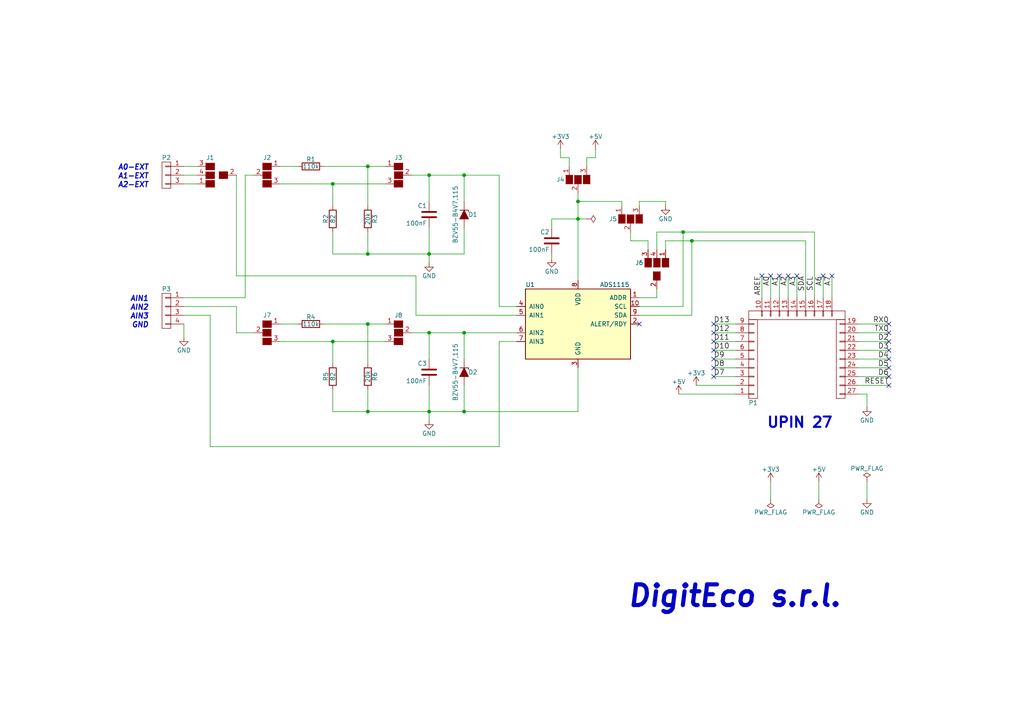
<source format=kicad_sch>
(kicad_sch (version 20211123) (generator eeschema)
  (paper "A4")
  (title_block (title "Microduino ADC DE") (date "07 dicembre 2019") (rev "1.0"))
  (lib_symbols
    (symbol "Device:C" (pin_numbers hide) (pin_names (offset 0.254))
      (property "Reference" "C" (at 0.635 2.54 0))
      (property "Value" "C" (at 0.635 -2.54 0))
      (symbol "C_0_1"
        (polyline (pts (xy -2.032 -0.762) (xy 2.032 -0.762)) (stroke (width 0.508)))
        (polyline (pts (xy -2.032 0.762) (xy 2.032 0.762)) (stroke (width 0.508)))
      )
      (symbol "C_1_1"
        (pin passive line (at 0 3.81 270) (length 2.794) (name "~") (number "1"))
        (pin passive line (at 0 -3.81 90) (length 2.794) (name "~") (number "2"))
      )
    )
    (symbol "Device:D_Zener_ALT" (pin_numbers hide) (pin_names (offset 1.016) hide)
      (property "Reference" "D" (at 0 2.54 0))
      (property "Value" "Device_D_Zener_ALT" (at 0 -2.54 0))
      (symbol "D_Zener_ALT_0_1"
        (polyline (pts (xy 1.27 0) (xy -1.27 0)))
        (polyline (pts (xy -1.27 -1.27) (xy -1.27 1.27) (xy -0.762 1.27)) (stroke (width 0.2032)))
        (polyline (pts (xy 1.27 -1.27) (xy 1.27 1.27) (xy -1.27 0) (xy 1.27 -1.27)) (stroke (width 0.2032)) (fill (type outline)))
      )
      (symbol "D_Zener_ALT_1_1"
        (pin passive line (at -3.81 0 0) (length 2.54) (name "K") (number "1"))
        (pin passive line (at 3.81 0 180) (length 2.54) (name "A") (number "2"))
      )
    )
    (symbol "Device:R" (pin_numbers hide) (pin_names (offset 0))
      (property "Reference" "R" (at 2.032 0 90))
      (property "Value" "R" (at 0 0 90))
      (symbol "R_0_1"
        (rectangle (start -1.016 -2.54) (end 1.016 2.54) (stroke (width 0.254)))
      )
      (symbol "R_1_1"
        (pin passive line (at 0 3.81 270) (length 1.27) (name "~") (number "1"))
        (pin passive line (at 0 -3.81 90) (length 1.27) (name "~") (number "2"))
      )
    )
    (symbol "Microduino_ADC_DE-rescue:ADS1115-Libreria_SCH_mia1" (pin_names (offset 1.016))
      (property "Reference" "U" (at -15.24 11.43 0))
      (property "Value" "ADS1115-Libreria_SCH_mia1" (at 6.35 11.43 0))
      (symbol "ADS1115-Libreria_SCH_mia1_0_1"
        (rectangle (start 15.24 10.16) (end -15.24 -10.16) (stroke (width 0.254)) (fill (type background)))
      )
      (symbol "ADS1115-Libreria_SCH_mia1_1_1"
        (pin input line (at 17.78 7.62 180) (length 2.54) (name "ADDR") (number "1"))
        (pin input line (at 17.78 5.08 180) (length 2.54) (name "SCL") (number "10"))
        (pin input line (at 17.78 0 180) (length 2.54) (name "ALERT/RDY") (number "2"))
        (pin power_in line (at 0 -12.7 90) (length 2.54) (name "GND") (number "3"))
        (pin input line (at -17.78 5.08 0) (length 2.54) (name "AIN0") (number "4"))
        (pin input line (at -17.78 2.54 0) (length 2.54) (name "AIN1") (number "5"))
        (pin input line (at -17.78 -2.54 0) (length 2.54) (name "AIN2") (number "6"))
        (pin input line (at -17.78 -5.08 0) (length 2.54) (name "AIN3") (number "7"))
        (pin power_in line (at 0 12.7 270) (length 2.54) (name "VDD") (number "8"))
        (pin input line (at 17.78 2.54 180) (length 2.54) (name "SDA") (number "9"))
      )
    )
    (symbol "Microduino_ADC_DE-rescue:CONN_01X03-conn" (pin_names (offset 1.016) hide)
      (property "Reference" "J" (at 0 5.08 0))
      (property "Value" "CONN_01X03-conn" (at 2.54 0 90))
      (symbol "CONN_01X03-conn_0_1"
        (rectangle (start -1.27 -2.413) (end 0.254 -2.667))
        (rectangle (start -1.27 0.127) (end 0.254 -0.127))
        (rectangle (start -1.27 2.667) (end 0.254 2.413))
        (rectangle (start -1.27 3.81) (end 1.27 -3.81))
      )
      (symbol "CONN_01X03-conn_1_1"
        (pin passive line (at -5.08 2.54 0) (length 3.81) (name "P1") (number "1"))
        (pin passive line (at -5.08 0 0) (length 3.81) (name "P2") (number "2"))
        (pin passive line (at -5.08 -2.54 0) (length 3.81) (name "P3") (number "3"))
      )
    )
    (symbol "Microduino_ADC_DE-rescue:CONN_01X04-conn" (pin_names (offset 1.016) hide)
      (property "Reference" "J" (at 0 6.35 0))
      (property "Value" "CONN_01X04-conn" (at 2.54 0 90))
      (symbol "CONN_01X04-conn_0_1"
        (rectangle (start -1.27 -3.683) (end 0.254 -3.937))
        (rectangle (start -1.27 -1.143) (end 0.254 -1.397))
        (rectangle (start -1.27 1.397) (end 0.254 1.143))
        (rectangle (start -1.27 3.937) (end 0.254 3.683))
        (rectangle (start -1.27 5.08) (end 1.27 -5.08))
      )
      (symbol "CONN_01X04-conn_1_1"
        (pin passive line (at -5.08 3.81 0) (length 3.81) (name "P1") (number "1"))
        (pin passive line (at -5.08 1.27 0) (length 3.81) (name "P2") (number "2"))
        (pin passive line (at -5.08 -1.27 0) (length 3.81) (name "P3") (number "3"))
        (pin passive line (at -5.08 -3.81 0) (length 3.81) (name "P4") (number "4"))
      )
    )
    (symbol "Microduino_ADC_DE-rescue:CONN_1x27-Libreria_SCH_mia1" (pin_names (offset 1.016) hide)
      (property "Reference" "P" (at 0 -2.54 0))
      (property "Value" "CONN_1x27-Libreria_SCH_mia1" (at 22.86 10.16 90))
      (symbol "CONN_1x27-Libreria_SCH_mia1_0_1"
        (rectangle (start -1.27 0.127) (end 0.254 -0.127))
        (rectangle (start -1.27 2.667) (end 0.254 2.413))
        (rectangle (start -1.27 5.207) (end 0.254 4.953))
        (rectangle (start -1.27 7.747) (end 0.254 7.493))
        (rectangle (start -1.27 10.287) (end 0.254 10.033))
        (rectangle (start -1.27 12.827) (end 0.254 12.573))
        (rectangle (start -1.27 15.367) (end 0.254 15.113))
        (rectangle (start -1.27 17.907) (end 0.254 17.653))
        (rectangle (start -1.27 20.447) (end 0.254 20.193))
        (rectangle (start -1.27 21.59) (end 1.27 -1.27))
        (rectangle (start -1.27 24.13) (end 26.67 21.59))
        (rectangle (start 2.413 24.13) (end 2.667 22.606))
        (rectangle (start 4.953 24.13) (end 5.207 22.606))
        (rectangle (start 7.493 24.13) (end 7.747 22.606))
        (rectangle (start 10.033 24.13) (end 10.287 22.606))
        (rectangle (start 12.573 24.13) (end 12.827 22.606))
        (rectangle (start 15.113 24.13) (end 15.367 22.606))
        (rectangle (start 17.653 24.13) (end 17.907 22.606))
        (rectangle (start 20.193 24.13) (end 20.447 22.606))
        (rectangle (start 22.733 24.13) (end 22.987 22.606))
        (rectangle (start 26.67 0.127) (end 25.146 -0.127))
        (rectangle (start 26.67 2.667) (end 25.146 2.413))
        (rectangle (start 26.67 5.207) (end 25.146 4.953))
        (rectangle (start 26.67 7.747) (end 25.146 7.493))
        (rectangle (start 26.67 10.287) (end 25.146 10.033))
        (rectangle (start 26.67 12.827) (end 25.146 12.573))
        (rectangle (start 26.67 15.367) (end 25.146 15.113))
        (rectangle (start 26.67 17.907) (end 25.146 17.653))
        (rectangle (start 26.67 20.447) (end 25.146 20.193))
        (rectangle (start 26.67 21.59) (end 24.13 -1.27))
      )
      (symbol "CONN_1x27-Libreria_SCH_mia1_1_1"
        (pin passive line (at -5.08 0 0) (length 3.81) (name "P1") (number "1"))
        (pin passive line (at 2.54 27.94 270) (length 3.81) (name "P10") (number "10"))
        (pin passive line (at 5.08 27.94 270) (length 3.81) (name "P11") (number "11"))
        (pin passive line (at 7.62 27.94 270) (length 3.81) (name "P12") (number "12"))
        (pin passive line (at 10.16 27.94 270) (length 3.81) (name "P13") (number "13"))
        (pin passive line (at 12.7 27.94 270) (length 3.81) (name "P14") (number "14"))
        (pin passive line (at 15.24 27.94 270) (length 3.81) (name "P15") (number "15"))
        (pin passive line (at 17.78 27.94 270) (length 3.81) (name "P16") (number "16"))
        (pin passive line (at 20.32 27.94 270) (length 3.81) (name "P17") (number "17"))
        (pin passive line (at 22.86 27.94 270) (length 3.81) (name "P18") (number "18"))
        (pin passive line (at 30.48 20.32 180) (length 3.81) (name "P19") (number "19"))
        (pin passive line (at -5.08 2.54 0) (length 3.81) (name "P2") (number "2"))
        (pin passive line (at 30.48 17.78 180) (length 3.81) (name "P20") (number "20"))
        (pin passive line (at 30.48 15.24 180) (length 3.81) (name "P21") (number "21"))
        (pin passive line (at 30.48 12.7 180) (length 3.81) (name "P22") (number "22"))
        (pin passive line (at 30.48 10.16 180) (length 3.81) (name "P23") (number "23"))
        (pin passive line (at 30.48 7.62 180) (length 3.81) (name "P24") (number "24"))
        (pin passive line (at 30.48 5.08 180) (length 3.81) (name "P25") (number "25"))
        (pin passive line (at 30.48 2.54 180) (length 3.81) (name "P26") (number "26"))
        (pin passive line (at 30.48 0 180) (length 3.81) (name "P27") (number "27"))
        (pin passive line (at -5.08 5.08 0) (length 3.81) (name "P3") (number "3"))
        (pin passive line (at -5.08 7.62 0) (length 3.81) (name "P4") (number "4"))
        (pin passive line (at -5.08 10.16 0) (length 3.81) (name "P5") (number "5"))
        (pin passive line (at -5.08 12.7 0) (length 3.81) (name "P6") (number "6"))
        (pin passive line (at -5.08 15.24 0) (length 3.81) (name "P7") (number "7"))
        (pin passive line (at -5.08 17.78 0) (length 3.81) (name "P8") (number "8"))
        (pin passive line (at -5.08 20.32 0) (length 3.81) (name "P9") (number "9"))
      )
    )
    (symbol "Microduino_ADC_DE-rescue:GS3-conn" (pin_names (offset 1.016) hide)
      (property "Reference" "J" (at 1.27 5.08 0))
      (property "Value" "GS3-conn" (at 1.27 -5.0546 0))
      (symbol "GS3-conn_0_1"
        (polyline (pts (xy -1.27 -3.556) (xy -1.27 -1.524) (xy 1.27 -1.524) (xy 1.27 -3.556)) (fill (type outline)))
        (polyline (pts (xy -1.27 1.016) (xy 1.27 1.016) (xy 1.27 -1.016) (xy -1.27 -1.016)) (fill (type outline)))
        (polyline (pts (xy -1.27 3.556) (xy -1.27 1.524) (xy 1.27 1.524) (xy 1.27 3.556)) (fill (type outline)))
      )
      (symbol "GS3-conn_1_1"
        (pin passive line (at -3.81 2.54 0) (length 2.54) (name "G1") (number "1"))
        (pin passive line (at 3.81 0 180) (length 2.54) (name "G2") (number "2"))
        (pin passive line (at -3.81 -2.54 0) (length 2.54) (name "G3") (number "3"))
      )
    )
    (symbol "Microduino_ADC_DE-rescue:GS4_b-Libreria_SCH_mia1" (pin_names (offset 1.016) hide)
      (property "Reference" "GS" (at 0 5.08 0))
      (property "Value" "GS4_b-Libreria_SCH_mia1" (at 0 -5.08 0))
      (property "Footprint" "GS4" (at 3.81 -3.81 90))
      (symbol "GS4_b-Libreria_SCH_mia1_0_1"
        (polyline (pts (xy -1.27 -3.556) (xy -1.27 -1.524) (xy 1.27 -1.524) (xy 1.27 -3.556)) (fill (type outline)))
        (polyline (pts (xy -1.27 -1.016) (xy -1.27 1.016) (xy 1.27 1.016) (xy 1.27 -1.016)) (fill (type outline)))
        (polyline (pts (xy -1.27 3.556) (xy -1.27 1.524) (xy 1.27 1.524) (xy 1.27 3.556)) (fill (type outline)))
        (polyline (pts (xy 2.54 1.016) (xy 5.08 1.016) (xy 5.08 -1.016) (xy 2.54 -1.016)) (fill (type outline)))
      )
      (symbol "GS4_b-Libreria_SCH_mia1_1_1"
        (pin passive line (at -3.81 2.54 0) (length 2.54) (name "G1") (number "1"))
        (pin passive line (at 7.62 0 180) (length 2.54) (name "G2") (number "2"))
        (pin passive line (at -3.81 -2.54 0) (length 2.54) (name "G4") (number "3"))
        (pin passive line (at -3.81 0 0) (length 2.54) (name "G3") (number "4"))
      )
    )
    (symbol "power:+3.3V" (power) (pin_names (offset 0))
      (property "Value" "+3.3V" (at 0 3.556 0))
      (symbol "+3.3V_0_1"
        (polyline (pts (xy -0.762 1.27) (xy 0 2.54)))
        (polyline (pts (xy 0 0) (xy 0 2.54)))
        (polyline (pts (xy 0 2.54) (xy 0.762 1.27)))
      )
      (symbol "+3.3V_1_1"
        (pin power_in line (at 0 0 90) (length 0) hide (name "+3V3") (number "1"))
      )
    )
    (symbol "power:+5V" (power) (pin_names (offset 0))
      (property "Value" "+5V" (at 0 3.556 0))
      (symbol "+5V_0_1"
        (polyline (pts (xy -0.762 1.27) (xy 0 2.54)))
        (polyline (pts (xy 0 0) (xy 0 2.54)))
        (polyline (pts (xy 0 2.54) (xy 0.762 1.27)))
      )
      (symbol "+5V_1_1"
        (pin power_in line (at 0 0 90) (length 0) hide (name "+5V") (number "1"))
      )
    )
    (symbol "power:GND" (power) (pin_names (offset 0))
      (property "Value" "GND" (at 0 -3.81 0))
      (symbol "GND_0_1"
        (polyline (pts (xy 0 0) (xy 0 -1.27) (xy 1.27 -1.27) (xy 0 -2.54) (xy -1.27 -1.27) (xy 0 -1.27)))
      )
      (symbol "GND_1_1"
        (pin power_in line (at 0 0 270) (length 0) hide (name "GND") (number "1"))
      )
    )
    (symbol "power:PWR_FLAG" (power) (pin_numbers hide) (pin_names (offset 0) hide)
      (property "Value" "PWR_FLAG" (at 0 3.81 0))
      (symbol "PWR_FLAG_0_0"
        (pin power_out line (at 0 0 90) (length 0) (name "pwr") (number "1"))
      )
      (symbol "PWR_FLAG_0_1"
        (polyline (pts (xy 0 0) (xy 0 1.27) (xy -1.016 1.905) (xy 0 2.54) (xy 1.016 1.905) (xy 0 1.27)))
      )
    )
  )
  (junction (at 96.52 99.06))
  (junction (at 106.68 93.98))
  (junction (at 124.46 96.52))
  (junction (at 106.68 73.66))
  (junction (at 167.64 63.5))
  (junction (at 124.46 50.8))
  (junction (at 124.46 119.38))
  (junction (at 106.68 119.38))
  (junction (at 200.66 69.85))
  (junction (at 106.68 48.26))
  (junction (at 124.46 73.66))
  (junction (at 134.62 50.8))
  (junction (at 134.62 96.52))
  (junction (at 134.62 119.38))
  (junction (at 96.52 53.34))
  (junction (at 167.64 58.42))
  (junction (at 198.12 67.31))
  (no_connect (at 207.01 93.98))
  (no_connect (at 226.06 80.01))
  (no_connect (at 238.76 80.01))
  (no_connect (at 207.01 106.68))
  (no_connect (at 257.81 96.52))
  (no_connect (at 257.81 99.06))
  (no_connect (at 228.6 80.01))
  (no_connect (at 231.14 80.01))
  (no_connect (at 257.81 93.98))
  (no_connect (at 220.98 80.01))
  (no_connect (at 223.52 80.01))
  (no_connect (at 241.3 80.01))
  (no_connect (at 257.81 106.68))
  (no_connect (at 257.81 104.14))
  (no_connect (at 257.81 109.22))
  (no_connect (at 257.81 111.76))
  (no_connect (at 207.01 101.6))
  (no_connect (at 185.42 93.98))
  (no_connect (at 207.01 99.06))
  (no_connect (at 257.81 101.6))
  (no_connect (at 207.01 104.14))
  (no_connect (at 207.01 109.22))
  (no_connect (at 207.01 96.52))
  (wire (pts (xy 237.49 139.7) (xy 237.49 144.78)))
  (wire (pts (xy 96.52 73.66) (xy 106.68 73.66)))
  (wire (pts (xy 124.46 111.76) (xy 124.46 119.38)))
  (wire (pts (xy 160.02 66.04) (xy 160.02 63.5)))
  (wire (pts (xy 144.78 88.9) (xy 149.86 88.9)))
  (wire (pts (xy 124.46 50.8) (xy 134.62 50.8)))
  (wire (pts (xy 134.62 50.8) (xy 144.78 50.8)))
  (wire (pts (xy 160.02 63.5) (xy 167.64 63.5)))
  (wire (pts (xy 93.98 48.26) (xy 106.68 48.26)))
  (wire (pts (xy 106.68 67.31) (xy 106.68 73.66)))
  (wire (pts (xy 198.12 67.31) (xy 236.22 67.31)))
  (wire (pts (xy 124.46 96.52) (xy 134.62 96.52)))
  (wire (pts (xy 106.68 73.66) (xy 124.46 73.66)))
  (wire (pts (xy 170.18 45.72) (xy 170.18 48.26)))
  (wire (pts (xy 93.98 93.98) (xy 106.68 93.98)))
  (wire (pts (xy 198.12 88.9) (xy 185.42 88.9)))
  (wire (pts (xy 162.56 43.18) (xy 162.56 45.72)))
  (wire (pts (xy 233.68 69.85) (xy 233.68 86.36)))
  (wire (pts (xy 134.62 119.38) (xy 167.64 119.38)))
  (wire (pts (xy 68.58 96.52) (xy 68.58 88.9)))
  (wire (pts (xy 223.52 80.01) (xy 223.52 86.36)))
  (wire (pts (xy 96.52 119.38) (xy 106.68 119.38)))
  (wire (pts (xy 238.76 80.01) (xy 238.76 86.36)))
  (wire (pts (xy 193.04 69.85) (xy 200.66 69.85)))
  (wire (pts (xy 172.72 45.72) (xy 170.18 45.72)))
  (wire (pts (xy 257.81 109.22) (xy 248.92 109.22)))
  (wire (pts (xy 182.88 69.85) (xy 187.96 69.85)))
  (wire (pts (xy 226.06 80.01) (xy 226.06 86.36)))
  (wire (pts (xy 241.3 86.36) (xy 241.3 80.01)))
  (wire (pts (xy 144.78 99.06) (xy 144.78 129.54)))
  (wire (pts (xy 96.52 59.69) (xy 96.52 53.34)))
  (wire (pts (xy 106.68 59.69) (xy 106.68 48.26)))
  (wire (pts (xy 162.56 45.72) (xy 165.1 45.72)))
  (wire (pts (xy 200.66 69.85) (xy 233.68 69.85)))
  (wire (pts (xy 96.52 67.31) (xy 96.52 73.66)))
  (wire (pts (xy 185.42 91.44) (xy 200.66 91.44)))
  (wire (pts (xy 106.68 48.26) (xy 111.76 48.26)))
  (wire (pts (xy 81.28 53.34) (xy 96.52 53.34)))
  (wire (pts (xy 71.12 86.36) (xy 71.12 50.8)))
  (wire (pts (xy 81.28 99.06) (xy 96.52 99.06)))
  (wire (pts (xy 96.52 99.06) (xy 111.76 99.06)))
  (wire (pts (xy 257.81 99.06) (xy 248.92 99.06)))
  (wire (pts (xy 187.96 69.85) (xy 187.96 72.39)))
  (wire (pts (xy 68.58 80.01) (xy 68.58 50.8)))
  (wire (pts (xy 81.28 93.98) (xy 86.36 93.98)))
  (wire (pts (xy 53.34 48.26) (xy 57.15 48.26)))
  (wire (pts (xy 213.36 111.76) (xy 201.93 111.76)))
  (wire (pts (xy 193.04 58.42) (xy 193.04 59.69)))
  (wire (pts (xy 96.52 113.03) (xy 96.52 119.38)))
  (wire (pts (xy 207.01 104.14) (xy 213.36 104.14)))
  (wire (pts (xy 248.92 93.98) (xy 257.81 93.98)))
  (wire (pts (xy 134.62 58.42) (xy 134.62 50.8)))
  (wire (pts (xy 185.42 58.42) (xy 185.42 59.69)))
  (wire (pts (xy 167.64 63.5) (xy 167.64 81.28)))
  (wire (pts (xy 71.12 50.8) (xy 73.66 50.8)))
  (wire (pts (xy 60.96 129.54) (xy 60.96 91.44)))
  (wire (pts (xy 190.5 86.36) (xy 185.42 86.36)))
  (wire (pts (xy 167.64 55.88) (xy 167.64 58.42)))
  (wire (pts (xy 96.52 53.34) (xy 111.76 53.34)))
  (wire (pts (xy 57.15 50.8) (xy 53.34 50.8)))
  (wire (pts (xy 134.62 119.38) (xy 134.62 111.76)))
  (wire (pts (xy 190.5 72.39) (xy 190.5 67.31)))
  (wire (pts (xy 53.34 93.98) (xy 53.34 97.79)))
  (wire (pts (xy 149.86 99.06) (xy 144.78 99.06)))
  (wire (pts (xy 120.65 91.44) (xy 120.65 80.01)))
  (wire (pts (xy 257.81 111.76) (xy 248.92 111.76)))
  (wire (pts (xy 134.62 96.52) (xy 149.86 96.52)))
  (wire (pts (xy 190.5 83.82) (xy 190.5 86.36)))
  (wire (pts (xy 207.01 99.06) (xy 213.36 99.06)))
  (wire (pts (xy 167.64 63.5) (xy 170.18 63.5)))
  (wire (pts (xy 228.6 80.01) (xy 228.6 86.36)))
  (wire (pts (xy 213.36 96.52) (xy 207.01 96.52)))
  (wire (pts (xy 248.92 106.68) (xy 257.81 106.68)))
  (wire (pts (xy 106.68 105.41) (xy 106.68 93.98)))
  (wire (pts (xy 167.64 58.42) (xy 167.64 63.5)))
  (wire (pts (xy 60.96 91.44) (xy 53.34 91.44)))
  (wire (pts (xy 200.66 91.44) (xy 200.66 69.85)))
  (wire (pts (xy 190.5 67.31) (xy 198.12 67.31)))
  (wire (pts (xy 73.66 96.52) (xy 68.58 96.52)))
  (wire (pts (xy 257.81 101.6) (xy 248.92 101.6)))
  (wire (pts (xy 124.46 66.04) (xy 124.46 73.66)))
  (wire (pts (xy 185.42 58.42) (xy 193.04 58.42)))
  (wire (pts (xy 106.68 93.98) (xy 111.76 93.98)))
  (wire (pts (xy 213.36 101.6) (xy 207.01 101.6)))
  (wire (pts (xy 144.78 50.8) (xy 144.78 88.9)))
  (wire (pts (xy 96.52 105.41) (xy 96.52 99.06)))
  (wire (pts (xy 124.46 58.42) (xy 124.46 50.8)))
  (wire (pts (xy 251.46 139.7) (xy 251.46 144.78)))
  (wire (pts (xy 251.46 114.3) (xy 248.92 114.3)))
  (wire (pts (xy 180.34 58.42) (xy 167.64 58.42)))
  (wire (pts (xy 236.22 67.31) (xy 236.22 86.36)))
  (wire (pts (xy 149.86 91.44) (xy 120.65 91.44)))
  (wire (pts (xy 198.12 67.31) (xy 198.12 88.9)))
  (wire (pts (xy 120.65 80.01) (xy 68.58 80.01)))
  (wire (pts (xy 68.58 88.9) (xy 53.34 88.9)))
  (wire (pts (xy 134.62 104.14) (xy 134.62 96.52)))
  (wire (pts (xy 231.14 80.01) (xy 231.14 86.36)))
  (wire (pts (xy 207.01 106.68) (xy 213.36 106.68)))
  (wire (pts (xy 220.98 80.01) (xy 220.98 86.36)))
  (wire (pts (xy 119.38 96.52) (xy 124.46 96.52)))
  (wire (pts (xy 196.85 114.3) (xy 213.36 114.3)))
  (wire (pts (xy 257.81 96.52) (xy 248.92 96.52)))
  (wire (pts (xy 144.78 129.54) (xy 60.96 129.54)))
  (wire (pts (xy 81.28 48.26) (xy 86.36 48.26)))
  (wire (pts (xy 53.34 53.34) (xy 57.15 53.34)))
  (wire (pts (xy 180.34 58.42) (xy 180.34 59.69)))
  (wire (pts (xy 223.52 139.7) (xy 223.52 144.78)))
  (wire (pts (xy 106.68 119.38) (xy 124.46 119.38)))
  (wire (pts (xy 124.46 73.66) (xy 124.46 76.2)))
  (wire (pts (xy 182.88 67.31) (xy 182.88 69.85)))
  (wire (pts (xy 213.36 109.22) (xy 207.01 109.22)))
  (wire (pts (xy 134.62 73.66) (xy 134.62 66.04)))
  (wire (pts (xy 251.46 114.3) (xy 251.46 118.11)))
  (wire (pts (xy 160.02 73.66) (xy 160.02 74.93)))
  (wire (pts (xy 172.72 43.18) (xy 172.72 45.72)))
  (wire (pts (xy 124.46 104.14) (xy 124.46 96.52)))
  (wire (pts (xy 165.1 45.72) (xy 165.1 48.26)))
  (wire (pts (xy 124.46 119.38) (xy 134.62 119.38)))
  (wire (pts (xy 167.64 119.38) (xy 167.64 106.68)))
  (wire (pts (xy 106.68 113.03) (xy 106.68 119.38)))
  (wire (pts (xy 193.04 72.39) (xy 193.04 69.85)))
  (wire (pts (xy 53.34 86.36) (xy 71.12 86.36)))
  (wire (pts (xy 124.46 73.66) (xy 134.62 73.66)))
  (wire (pts (xy 207.01 93.98) (xy 213.36 93.98)))
  (wire (pts (xy 119.38 50.8) (xy 124.46 50.8)))
  (wire (pts (xy 124.46 119.38) (xy 124.46 121.92)))
  (wire (pts (xy 257.81 104.14) (xy 248.92 104.14)))
  (text "AIN3" (at 43.18 92.71 180) (effects (font (size 1.524 1.524) (thickness 0.3048) bold italic) (justify right bottom)))
  (text "A0-EXT" (at 43.18 49.53 180) (effects (font (size 1.524 1.524) (thickness 0.3048) bold italic) (justify right bottom)))
  (text "A2-EXT" (at 43.18 54.61 180) (effects (font (size 1.524 1.524) (thickness 0.3048) bold italic) (justify right bottom)))
  (text "A1-EXT" (at 43.18 52.07 180) (effects (font (size 1.524 1.524) (thickness 0.3048) bold italic) (justify right bottom)))
  (text "UPIN 27" (at 222.25 124.46 0) (effects (font (size 2.9972 2.9972) (thickness 0.5994) bold) (justify left bottom)))
  (text "DigitEco s.r.l." (at 181.61 176.53 0) (effects (font (size 5.9944 5.9944) (thickness 1.1989) bold italic) (justify left bottom)))
  (text "GND" (at 43.18 95.25 180) (effects (font (size 1.524 1.524) (thickness 0.3048) bold italic) (justify right bottom)))
  (text "AIN2" (at 43.18 90.17 180) (effects (font (size 1.524 1.524) (thickness 0.3048) bold italic) (justify right bottom)))
  (text "AIN1" (at 43.18 87.63 180) (effects (font (size 1.524 1.524) (thickness 0.3048) bold italic) (justify right bottom)))
  (label "D6" (at 257.81 109.22 180) (effects (font (size 1.524 1.524))))
  (label "A0" (at 223.52 80.01 270) (effects (font (size 1.524 1.524))))
  (label "A3" (at 231.14 80.01 270) (effects (font (size 1.524 1.524))))
  (label "SCL" (at 236.22 80.01 270) (effects (font (size 1.524 1.524))))
  (label "RX0" (at 257.81 93.98 180) (effects (font (size 1.524 1.524))))
  (label "SDA" (at 233.68 80.01 270) (effects (font (size 1.524 1.524))))
  (label "D13" (at 207.01 93.98 0) (effects (font (size 1.524 1.524))))
  (label "D2" (at 257.81 99.06 180) (effects (font (size 1.524 1.524))))
  (label "A7" (at 241.3 80.01 270) (effects (font (size 1.524 1.524))))
  (label "A2" (at 228.6 80.01 270) (effects (font (size 1.524 1.524))))
  (label "D7" (at 207.01 109.22 0) (effects (font (size 1.524 1.524))))
  (label "D8" (at 207.01 106.68 0) (effects (font (size 1.524 1.524))))
  (label "D11" (at 207.01 99.06 0) (effects (font (size 1.524 1.524))))
  (label "A1" (at 226.06 80.01 270) (effects (font (size 1.524 1.524))))
  (label "D9" (at 207.01 104.14 0) (effects (font (size 1.524 1.524))))
  (label "D3" (at 257.81 101.6 180) (effects (font (size 1.524 1.524))))
  (label "RESET" (at 257.81 111.76 180) (effects (font (size 1.524 1.524))))
  (label "D4" (at 257.81 104.14 180) (effects (font (size 1.524 1.524))))
  (label "D5" (at 257.81 106.68 180) (effects (font (size 1.524 1.524))))
  (label "AREF" (at 220.98 80.01 270) (effects (font (size 1.524 1.524))))
  (label "A6" (at 238.76 80.01 270) (effects (font (size 1.524 1.524))))
  (label "TX0" (at 257.81 96.52 180) (effects (font (size 1.524 1.524))))
  (label "D10" (at 207.01 101.6 0) (effects (font (size 1.524 1.524))))
  (label "D12" (at 207.01 96.52 0) (effects (font (size 1.524 1.524))))
  (symbol (lib_id "power:GND") (at 251.46 118.11 0) (unit 1)
    (property "Reference" "#PWR01" (effects hide))
    (property "Value" "GND" (at 251.46 121.92 0))
  )
  (symbol (lib_id "power:+5V") (at 196.85 114.3 0) (unit 1)
    (property "Reference" "#PWR02" (effects hide))
    (property "Value" "+5V" (at 196.85 110.744 0))
  )
  (symbol (lib_id "power:+3.3V") (at 201.93 111.76 0) (unit 1)
    (property "Reference" "#PWR03" (effects hide))
    (property "Value" "+3.3V" (at 201.93 108.204 0))
  )
  (symbol (lib_id "Microduino_ADC_DE-rescue:CONN_1x27-Libreria_SCH_mia1") (at 218.44 114.3 0) (unit 1)
    (property "Reference" "P1" (at 218.44 116.84 0))
    (property "Value" "CONN_1x27" (effects hide))
    (property "Footprint" "Libreria_PCB_mia:Upin_27" (effects hide))
  )
  (symbol (lib_id "power:+3.3V") (at 223.52 139.7 0) (unit 1)
    (property "Reference" "#PWR04" (effects hide))
    (property "Value" "+3.3V" (at 223.52 136.144 0))
  )
  (symbol (lib_id "power:+5V") (at 237.49 139.7 0) (unit 1)
    (property "Reference" "#PWR05" (effects hide))
    (property "Value" "+5V" (at 237.49 136.144 0))
  )
  (symbol (lib_id "power:GND") (at 251.46 144.78 0) (unit 1)
    (property "Reference" "#PWR06" (effects hide))
    (property "Value" "GND" (at 251.46 148.59 0))
  )
  (symbol (lib_id "power:PWR_FLAG") (at 251.46 139.7 0) (unit 1)
    (property "Reference" "#FLG07" (effects hide))
    (property "Value" "PWR_FLAG" (at 251.46 135.89 0))
  )
  (symbol (lib_id "power:PWR_FLAG") (at 237.49 144.78 180) (unit 1)
    (property "Reference" "#FLG08" (effects hide))
    (property "Value" "PWR_FLAG" (at 237.49 148.59 0))
  )
  (symbol (lib_id "power:PWR_FLAG") (at 223.52 144.78 180) (unit 1)
    (property "Reference" "#FLG09" (effects hide))
    (property "Value" "PWR_FLAG" (at 223.52 148.59 0))
  )
  (symbol (lib_id "Microduino_ADC_DE-rescue:GS3-conn") (at 77.47 96.52 0) (mirror y) (unit 1)
    (property "Reference" "J7" (at 77.47 91.44 0))
    (property "Value" "GS3" (effects hide))
    (property "Footprint" "Connectors:GS3" (effects hide))
  )
  (symbol (lib_id "Microduino_ADC_DE-rescue:CONN_01X03-conn") (at 48.26 50.8 0) (mirror y) (unit 1)
    (property "Reference" "P2" (at 48.26 45.72 0))
    (property "Value" "CONN_01X03" (effects hide))
    (property "Footprint" "Pin_Headers:Pin_Header_Straight_1x03_Pitch2.54mm" (effects hide))
  )
  (symbol (lib_id "Device:R") (at 96.52 109.22 0) (mirror y) (unit 1)
    (property "Reference" "R5" (at 94.488 109.22 90))
    (property "Value" "82" (at 96.52 109.22 90))
    (property "Footprint" "Resistors_SMD:R_0805" (effects hide))
  )
  (symbol (lib_id "Device:R") (at 90.17 93.98 270) (mirror x) (unit 1)
    (property "Reference" "R4" (at 90.17 91.948 90))
    (property "Value" "110k" (at 90.17 93.98 90))
    (property "Footprint" "Resistors_SMD:R_0805" (effects hide))
  )
  (symbol (lib_id "Device:R") (at 106.68 109.22 0) (unit 1)
    (property "Reference" "R6" (at 108.712 109.22 90))
    (property "Value" "20k" (at 106.68 109.22 90))
    (property "Footprint" "Resistors_SMD:R_0805" (effects hide))
  )
  (symbol (lib_id "Device:C") (at 124.46 107.95 0) (mirror y) (unit 1)
    (property "Reference" "C3" (at 123.825 105.41 0) (effects (justify left)))
    (property "Value" "100nF" (at 123.825 110.49 0) (effects (justify left)))
    (property "Footprint" "Capacitors_SMD:C_0805" (effects hide))
  )
  (symbol (lib_id "Device:D_Zener_ALT") (at 134.62 107.95 270) (unit 1)
    (property "Reference" "D2" (at 137.16 107.95 90))
    (property "Value" "BZV55-B4V7,115" (at 132.08 107.95 0))
    (property "Footprint" "Diodes_SMD:D_MiniMELF" (effects hide))
  )
  (symbol (lib_id "Microduino_ADC_DE-rescue:GS3-conn") (at 115.57 96.52 0) (unit 1)
    (property "Reference" "J8" (at 115.57 91.44 0))
    (property "Value" "GS3" (effects hide))
    (property "Footprint" "Connectors:GS3" (effects hide))
  )
  (symbol (lib_id "Device:C") (at 160.02 69.85 0) (mirror y) (unit 1)
    (property "Reference" "C2" (at 159.385 67.31 0) (effects (justify left)))
    (property "Value" "100nF" (at 159.385 72.39 0) (effects (justify left)))
    (property "Footprint" "Capacitors_SMD:C_0805" (effects hide))
  )
  (symbol (lib_id "Microduino_ADC_DE-rescue:GS3-conn") (at 167.64 52.07 90) (mirror x) (unit 1)
    (property "Reference" "J4" (at 162.56 52.07 90))
    (property "Value" "GS3" (effects hide))
    (property "Footprint" "Connectors:GS3" (effects hide))
  )
  (symbol (lib_id "power:GND") (at 160.02 74.93 0) (unit 1)
    (property "Reference" "#PWR010" (effects hide))
    (property "Value" "GND" (at 160.02 78.74 0))
  )
  (symbol (lib_id "power:GND") (at 124.46 121.92 0) (unit 1)
    (property "Reference" "#PWR011" (effects hide))
    (property "Value" "GND" (at 124.46 125.73 0))
  )
  (symbol (lib_id "power:+3.3V") (at 162.56 43.18 0) (unit 1)
    (property "Reference" "#PWR012" (effects hide))
    (property "Value" "+3.3V" (at 162.56 39.624 0))
  )
  (symbol (lib_id "power:+5V") (at 172.72 43.18 0) (unit 1)
    (property "Reference" "#PWR013" (effects hide))
    (property "Value" "+5V" (at 172.72 39.624 0))
  )
  (symbol (lib_id "power:PWR_FLAG") (at 170.18 63.5 270) (unit 1)
    (property "Reference" "#FLG014" (effects hide))
    (property "Value" "PWR_FLAG" (effects hide))
  )
  (symbol (lib_id "Microduino_ADC_DE-rescue:ADS1115-Libreria_SCH_mia1") (at 167.64 93.98 0) (unit 1)
    (property "Reference" "U1" (at 152.4 82.55 0) (effects (justify left)))
    (property "Value" "ADS1115" (at 173.99 82.55 0) (effects (justify left)))
    (property "Footprint" "Housings_SSOP:MSOP-10_3x3mm_Pitch0.5mm" (effects hide))
  )
  (symbol (lib_id "Microduino_ADC_DE-rescue:GS4_b-Libreria_SCH_mia1") (at 190.5 76.2 270) (unit 1)
    (property "Reference" "J6" (at 185.42 76.2 90))
    (property "Value" "GS4_b" (effects hide))
    (property "Footprint" "Libreria_PCB_mia:GS4" (effects hide))
  )
  (symbol (lib_id "Microduino_ADC_DE-rescue:GS3-conn") (at 182.88 63.5 90) (mirror x) (unit 1)
    (property "Reference" "J5" (at 177.8 63.5 90))
    (property "Value" "GS3" (effects hide))
    (property "Footprint" "Connectors:GS3" (effects hide))
  )
  (symbol (lib_id "power:GND") (at 193.04 59.69 0) (unit 1)
    (property "Reference" "#PWR015" (effects hide))
    (property "Value" "GND" (at 193.04 63.5 0))
  )
  (symbol (lib_id "Microduino_ADC_DE-rescue:GS3-conn") (at 77.47 50.8 0) (mirror y) (unit 1)
    (property "Reference" "J2" (at 77.47 45.72 0))
    (property "Value" "GS3" (effects hide))
    (property "Footprint" "Connectors:GS3" (effects hide))
  )
  (symbol (lib_id "Device:R") (at 96.52 63.5 0) (mirror y) (unit 1)
    (property "Reference" "R2" (at 94.488 63.5 90))
    (property "Value" "82" (at 96.52 63.5 90))
    (property "Footprint" "Resistors_SMD:R_0805" (effects hide))
  )
  (symbol (lib_id "Device:R") (at 90.17 48.26 270) (mirror x) (unit 1)
    (property "Reference" "R1" (at 90.17 46.228 90))
    (property "Value" "110k" (at 90.17 48.26 90))
    (property "Footprint" "Resistors_SMD:R_0805" (effects hide))
  )
  (symbol (lib_id "Device:R") (at 106.68 63.5 0) (unit 1)
    (property "Reference" "R3" (at 108.712 63.5 90))
    (property "Value" "20k" (at 106.68 63.5 90))
    (property "Footprint" "Resistors_SMD:R_0805" (effects hide))
  )
  (symbol (lib_id "Device:C") (at 124.46 62.23 0) (mirror y) (unit 1)
    (property "Reference" "C1" (at 123.825 59.69 0) (effects (justify left)))
    (property "Value" "100nF" (at 123.825 64.77 0) (effects (justify left)))
    (property "Footprint" "Capacitors_SMD:C_0805" (effects hide))
  )
  (symbol (lib_id "Device:D_Zener_ALT") (at 134.62 62.23 270) (unit 1)
    (property "Reference" "D1" (at 137.16 62.23 90))
    (property "Value" "BZV55-B4V7,115" (at 132.08 62.23 0))
    (property "Footprint" "Diodes_SMD:D_MiniMELF" (effects hide))
  )
  (symbol (lib_id "Microduino_ADC_DE-rescue:GS3-conn") (at 115.57 50.8 0) (unit 1)
    (property "Reference" "J3" (at 115.57 45.72 0))
    (property "Value" "GS3" (effects hide))
    (property "Footprint" "Connectors:GS3" (effects hide))
  )
  (symbol (lib_id "power:GND") (at 124.46 76.2 0) (unit 1)
    (property "Reference" "#PWR016" (effects hide))
    (property "Value" "GND" (at 124.46 80.01 0))
  )
  (symbol (lib_id "Microduino_ADC_DE-rescue:CONN_01X04-conn") (at 48.26 90.17 0) (mirror y) (unit 1)
    (property "Reference" "P3" (at 48.26 83.82 0))
    (property "Value" "CONN_01X04" (effects hide))
    (property "Footprint" "Libreria_PCB_mia:WHURT_4pin_90°_61900411021" (effects hide))
  )
  (symbol (lib_id "power:GND") (at 53.34 97.79 0) (unit 1)
    (property "Reference" "#PWR017" (effects hide))
    (property "Value" "GND" (at 53.34 101.6 0))
  )
  (symbol (lib_id "Microduino_ADC_DE-rescue:GS4_b-Libreria_SCH_mia1") (at 60.96 50.8 0) (mirror x) (unit 1)
    (property "Reference" "J1" (at 60.96 45.72 0))
    (property "Value" "GS4_b" (effects hide))
    (property "Footprint" "Libreria_PCB_mia:GS4" (effects hide))
  )
)
</source>
